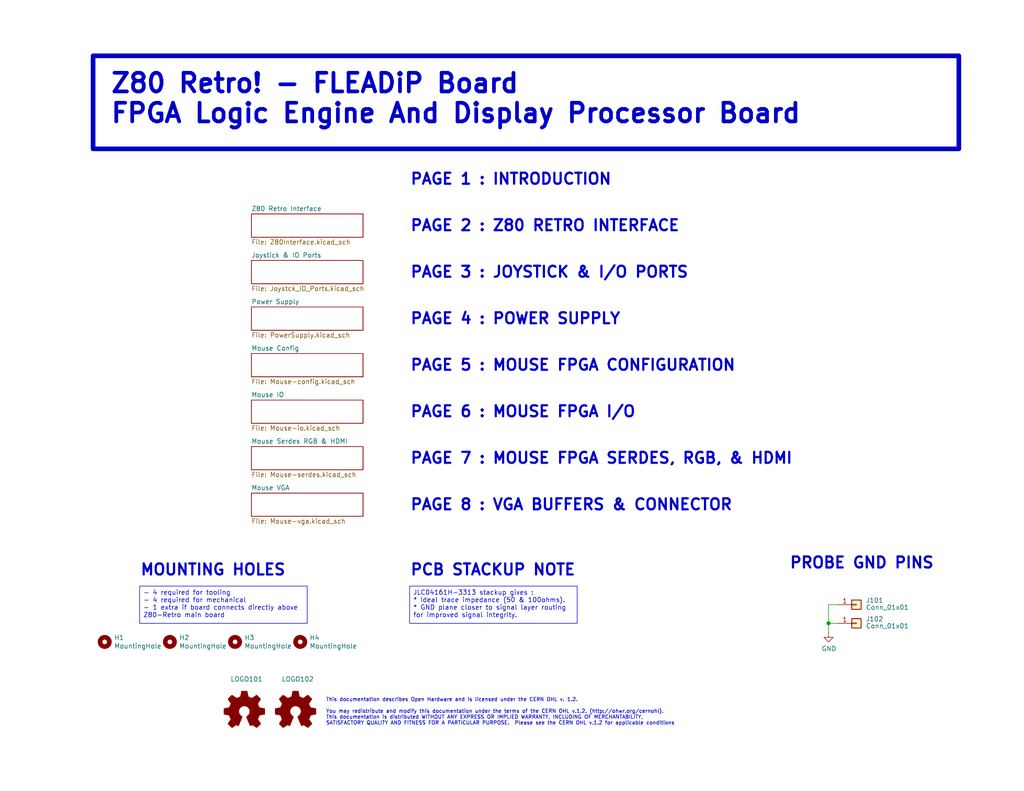
<source format=kicad_sch>
(kicad_sch (version 20230121) (generator eeschema)

  (uuid 427359ba-a628-45f2-b713-ef7013e70a1d)

  (paper "USLetter")

  (title_block
    (title "Z80 Retro! - FLEADiP Board")
    (date "2023-06-12")
    (rev "0.0")
    (company "Denno Wiggle")
    (comment 1 "Z80 Retro! - FLEADiP Board")
    (comment 2 "FPGA Logic Engine And Display Processor")
  )

  (lib_symbols
    (symbol "Connector_Generic:Conn_01x01" (pin_names (offset 1.016) hide) (in_bom yes) (on_board yes)
      (property "Reference" "J" (at 0 2.54 0)
        (effects (font (size 1.27 1.27)))
      )
      (property "Value" "Conn_01x01" (at 0 -2.54 0)
        (effects (font (size 1.27 1.27)))
      )
      (property "Footprint" "" (at 0 0 0)
        (effects (font (size 1.27 1.27)) hide)
      )
      (property "Datasheet" "~" (at 0 0 0)
        (effects (font (size 1.27 1.27)) hide)
      )
      (property "ki_keywords" "connector" (at 0 0 0)
        (effects (font (size 1.27 1.27)) hide)
      )
      (property "ki_description" "Generic connector, single row, 01x01, script generated (kicad-library-utils/schlib/autogen/connector/)" (at 0 0 0)
        (effects (font (size 1.27 1.27)) hide)
      )
      (property "ki_fp_filters" "Connector*:*_1x??_*" (at 0 0 0)
        (effects (font (size 1.27 1.27)) hide)
      )
      (symbol "Conn_01x01_1_1"
        (rectangle (start -1.27 0.127) (end 0 -0.127)
          (stroke (width 0.1524) (type default))
          (fill (type none))
        )
        (rectangle (start -1.27 1.27) (end 1.27 -1.27)
          (stroke (width 0.254) (type default))
          (fill (type background))
        )
        (pin passive line (at -5.08 0 0) (length 3.81)
          (name "Pin_1" (effects (font (size 1.27 1.27))))
          (number "1" (effects (font (size 1.27 1.27))))
        )
      )
    )
    (symbol "Graphic:Logo_Open_Hardware_Small" (in_bom no) (on_board no)
      (property "Reference" "#SYM" (at 0 6.985 0)
        (effects (font (size 1.27 1.27)) hide)
      )
      (property "Value" "Logo_Open_Hardware_Small" (at 0 -5.715 0)
        (effects (font (size 1.27 1.27)) hide)
      )
      (property "Footprint" "" (at 0 0 0)
        (effects (font (size 1.27 1.27)) hide)
      )
      (property "Datasheet" "~" (at 0 0 0)
        (effects (font (size 1.27 1.27)) hide)
      )
      (property "Sim.Enable" "0" (at 0 0 0)
        (effects (font (size 1.27 1.27)) hide)
      )
      (property "ki_keywords" "Logo" (at 0 0 0)
        (effects (font (size 1.27 1.27)) hide)
      )
      (property "ki_description" "Open Hardware logo, small" (at 0 0 0)
        (effects (font (size 1.27 1.27)) hide)
      )
      (symbol "Logo_Open_Hardware_Small_0_1"
        (polyline
          (pts
            (xy 3.3528 -4.3434)
            (xy 3.302 -4.318)
            (xy 3.175 -4.2418)
            (xy 2.9972 -4.1148)
            (xy 2.7686 -3.9624)
            (xy 2.54 -3.81)
            (xy 2.3622 -3.7084)
            (xy 2.2352 -3.6068)
            (xy 2.1844 -3.5814)
            (xy 2.159 -3.6068)
            (xy 2.0574 -3.6576)
            (xy 1.905 -3.7338)
            (xy 1.8034 -3.7846)
            (xy 1.6764 -3.8354)
            (xy 1.6002 -3.8354)
            (xy 1.6002 -3.8354)
            (xy 1.5494 -3.7338)
            (xy 1.4732 -3.5306)
            (xy 1.3462 -3.302)
            (xy 1.2446 -3.0226)
            (xy 1.1176 -2.7178)
            (xy 0.9652 -2.413)
            (xy 0.8636 -2.1082)
            (xy 0.7366 -1.8288)
            (xy 0.6604 -1.6256)
            (xy 0.6096 -1.4732)
            (xy 0.5842 -1.397)
            (xy 0.5842 -1.397)
            (xy 0.6604 -1.3208)
            (xy 0.7874 -1.2446)
            (xy 1.0414 -1.016)
            (xy 1.2954 -0.6858)
            (xy 1.4478 -0.3302)
            (xy 1.524 0.0762)
            (xy 1.4732 0.4572)
            (xy 1.3208 0.8128)
            (xy 1.0668 1.143)
            (xy 0.762 1.3716)
            (xy 0.4064 1.524)
            (xy 0 1.5748)
            (xy -0.381 1.5494)
            (xy -0.7366 1.397)
            (xy -1.0668 1.143)
            (xy -1.2192 0.9906)
            (xy -1.397 0.6604)
            (xy -1.524 0.3048)
            (xy -1.524 0.2286)
            (xy -1.4986 -0.1778)
            (xy -1.397 -0.5334)
            (xy -1.1938 -0.8636)
            (xy -0.9144 -1.143)
            (xy -0.8636 -1.1684)
            (xy -0.7366 -1.27)
            (xy -0.635 -1.3462)
            (xy -0.5842 -1.397)
            (xy -1.0668 -2.5908)
            (xy -1.143 -2.794)
            (xy -1.2954 -3.1242)
            (xy -1.397 -3.4036)
            (xy -1.4986 -3.6322)
            (xy -1.5748 -3.7846)
            (xy -1.6002 -3.8354)
            (xy -1.6002 -3.8354)
            (xy -1.651 -3.8354)
            (xy -1.7272 -3.81)
            (xy -1.905 -3.7338)
            (xy -2.0066 -3.683)
            (xy -2.1336 -3.6068)
            (xy -2.2098 -3.5814)
            (xy -2.2606 -3.6068)
            (xy -2.3622 -3.683)
            (xy -2.54 -3.81)
            (xy -2.7686 -3.9624)
            (xy -2.9718 -4.0894)
            (xy -3.1496 -4.2164)
            (xy -3.302 -4.318)
            (xy -3.3528 -4.3434)
            (xy -3.3782 -4.3434)
            (xy -3.429 -4.318)
            (xy -3.5306 -4.2164)
            (xy -3.7084 -4.064)
            (xy -3.937 -3.8354)
            (xy -3.9624 -3.81)
            (xy -4.1656 -3.6068)
            (xy -4.318 -3.4544)
            (xy -4.4196 -3.3274)
            (xy -4.445 -3.2766)
            (xy -4.445 -3.2766)
            (xy -4.4196 -3.2258)
            (xy -4.318 -3.0734)
            (xy -4.2164 -2.8956)
            (xy -4.064 -2.667)
            (xy -3.6576 -2.0828)
            (xy -3.8862 -1.5494)
            (xy -3.937 -1.3716)
            (xy -4.0386 -1.1684)
            (xy -4.0894 -1.0414)
            (xy -4.1148 -0.9652)
            (xy -4.191 -0.9398)
            (xy -4.318 -0.9144)
            (xy -4.5466 -0.8636)
            (xy -4.8006 -0.8128)
            (xy -5.0546 -0.7874)
            (xy -5.2578 -0.7366)
            (xy -5.4356 -0.7112)
            (xy -5.5118 -0.6858)
            (xy -5.5118 -0.6858)
            (xy -5.5372 -0.635)
            (xy -5.5372 -0.5588)
            (xy -5.5372 -0.4318)
            (xy -5.5626 -0.2286)
            (xy -5.5626 0.0762)
            (xy -5.5626 0.127)
            (xy -5.5372 0.4064)
            (xy -5.5372 0.635)
            (xy -5.5372 0.762)
            (xy -5.5372 0.8382)
            (xy -5.5372 0.8382)
            (xy -5.461 0.8382)
            (xy -5.3086 0.889)
            (xy -5.08 0.9144)
            (xy -4.826 0.9652)
            (xy -4.8006 0.9906)
            (xy -4.5466 1.0414)
            (xy -4.318 1.0668)
            (xy -4.1656 1.1176)
            (xy -4.0894 1.143)
            (xy -4.0894 1.143)
            (xy -4.0386 1.2446)
            (xy -3.9624 1.4224)
            (xy -3.8608 1.6256)
            (xy -3.7846 1.8288)
            (xy -3.7084 2.0066)
            (xy -3.6576 2.159)
            (xy -3.6322 2.2098)
            (xy -3.6322 2.2098)
            (xy -3.683 2.286)
            (xy -3.7592 2.413)
            (xy -3.8862 2.5908)
            (xy -4.064 2.8194)
            (xy -4.064 2.8448)
            (xy -4.2164 3.0734)
            (xy -4.3434 3.2512)
            (xy -4.4196 3.3782)
            (xy -4.445 3.4544)
            (xy -4.445 3.4544)
            (xy -4.3942 3.5052)
            (xy -4.2926 3.6322)
            (xy -4.1148 3.81)
            (xy -3.937 4.0132)
            (xy -3.8608 4.064)
            (xy -3.6576 4.2926)
            (xy -3.5052 4.4196)
            (xy -3.4036 4.4958)
            (xy -3.3528 4.5212)
            (xy -3.3528 4.5212)
            (xy -3.302 4.4704)
            (xy -3.1496 4.3688)
            (xy -2.9718 4.2418)
            (xy -2.7432 4.0894)
            (xy -2.7178 4.0894)
            (xy -2.4892 3.937)
            (xy -2.3114 3.81)
            (xy -2.1844 3.7084)
            (xy -2.1336 3.683)
            (xy -2.1082 3.683)
            (xy -2.032 3.7084)
            (xy -1.8542 3.7592)
            (xy -1.6764 3.8354)
            (xy -1.4732 3.937)
            (xy -1.27 4.0132)
            (xy -1.143 4.064)
            (xy -1.0668 4.1148)
            (xy -1.0668 4.1148)
            (xy -1.0414 4.191)
            (xy -1.016 4.3434)
            (xy -0.9652 4.572)
            (xy -0.9144 4.8514)
            (xy -0.889 4.9022)
            (xy -0.8382 5.1562)
            (xy -0.8128 5.3848)
            (xy -0.7874 5.5372)
            (xy -0.762 5.588)
            (xy -0.7112 5.6134)
            (xy -0.5842 5.6134)
            (xy -0.4064 5.6134)
            (xy -0.1524 5.6134)
            (xy 0.0762 5.6134)
            (xy 0.3302 5.6134)
            (xy 0.5334 5.6134)
            (xy 0.6858 5.588)
            (xy 0.7366 5.588)
            (xy 0.7366 5.588)
            (xy 0.762 5.5118)
            (xy 0.8128 5.334)
            (xy 0.8382 5.1054)
            (xy 0.9144 4.826)
            (xy 0.9144 4.7752)
            (xy 0.9652 4.5212)
            (xy 1.016 4.2926)
            (xy 1.0414 4.1402)
            (xy 1.0668 4.0894)
            (xy 1.0668 4.0894)
            (xy 1.1938 4.0386)
            (xy 1.3716 3.9624)
            (xy 1.5748 3.8608)
            (xy 2.0828 3.6576)
            (xy 2.7178 4.0894)
            (xy 2.7686 4.1402)
            (xy 2.9972 4.2926)
            (xy 3.175 4.4196)
            (xy 3.302 4.4958)
            (xy 3.3782 4.5212)
            (xy 3.3782 4.5212)
            (xy 3.429 4.4704)
            (xy 3.556 4.3434)
            (xy 3.7338 4.191)
            (xy 3.9116 3.9878)
            (xy 4.064 3.8354)
            (xy 4.2418 3.6576)
            (xy 4.3434 3.556)
            (xy 4.4196 3.4798)
            (xy 4.4196 3.429)
            (xy 4.4196 3.4036)
            (xy 4.3942 3.3274)
            (xy 4.2926 3.2004)
            (xy 4.1656 2.9972)
            (xy 4.0132 2.794)
            (xy 3.8862 2.5908)
            (xy 3.7592 2.3876)
            (xy 3.6576 2.2352)
            (xy 3.6322 2.159)
            (xy 3.6322 2.1336)
            (xy 3.683 2.0066)
            (xy 3.7592 1.8288)
            (xy 3.8608 1.6002)
            (xy 4.064 1.1176)
            (xy 4.3942 1.0414)
            (xy 4.5974 1.016)
            (xy 4.8768 0.9652)
            (xy 5.1308 0.9144)
            (xy 5.5372 0.8382)
            (xy 5.5626 -0.6604)
            (xy 5.4864 -0.6858)
            (xy 5.4356 -0.6858)
            (xy 5.2832 -0.7366)
            (xy 5.0546 -0.762)
            (xy 4.8006 -0.8128)
            (xy 4.5974 -0.8636)
            (xy 4.3688 -0.9144)
            (xy 4.2164 -0.9398)
            (xy 4.1402 -0.9398)
            (xy 4.1148 -0.9652)
            (xy 4.064 -1.0668)
            (xy 3.9878 -1.2446)
            (xy 3.9116 -1.4478)
            (xy 3.81 -1.651)
            (xy 3.7338 -1.8542)
            (xy 3.683 -2.0066)
            (xy 3.6576 -2.0828)
            (xy 3.683 -2.1336)
            (xy 3.7846 -2.2606)
            (xy 3.8862 -2.4638)
            (xy 4.0386 -2.667)
            (xy 4.191 -2.8956)
            (xy 4.318 -3.0734)
            (xy 4.3942 -3.2004)
            (xy 4.445 -3.2766)
            (xy 4.4196 -3.3274)
            (xy 4.3434 -3.429)
            (xy 4.1656 -3.5814)
            (xy 3.937 -3.8354)
            (xy 3.8862 -3.8608)
            (xy 3.683 -4.064)
            (xy 3.5306 -4.2164)
            (xy 3.4036 -4.318)
            (xy 3.3528 -4.3434)
          )
          (stroke (width 0) (type default))
          (fill (type outline))
        )
      )
    )
    (symbol "Mechanical:MountingHole" (pin_names (offset 1.016)) (in_bom yes) (on_board yes)
      (property "Reference" "H" (at 0 5.08 0)
        (effects (font (size 1.27 1.27)))
      )
      (property "Value" "MountingHole" (at 0 3.175 0)
        (effects (font (size 1.27 1.27)))
      )
      (property "Footprint" "" (at 0 0 0)
        (effects (font (size 1.27 1.27)) hide)
      )
      (property "Datasheet" "~" (at 0 0 0)
        (effects (font (size 1.27 1.27)) hide)
      )
      (property "ki_keywords" "mounting hole" (at 0 0 0)
        (effects (font (size 1.27 1.27)) hide)
      )
      (property "ki_description" "Mounting Hole without connection" (at 0 0 0)
        (effects (font (size 1.27 1.27)) hide)
      )
      (property "ki_fp_filters" "MountingHole*" (at 0 0 0)
        (effects (font (size 1.27 1.27)) hide)
      )
      (symbol "MountingHole_0_1"
        (circle (center 0 0) (radius 1.27)
          (stroke (width 1.27) (type default))
          (fill (type none))
        )
      )
    )
    (symbol "power:GND" (power) (pin_names (offset 0)) (in_bom yes) (on_board yes)
      (property "Reference" "#PWR" (at 0 -6.35 0)
        (effects (font (size 1.27 1.27)) hide)
      )
      (property "Value" "GND" (at 0 -3.81 0)
        (effects (font (size 1.27 1.27)))
      )
      (property "Footprint" "" (at 0 0 0)
        (effects (font (size 1.27 1.27)) hide)
      )
      (property "Datasheet" "" (at 0 0 0)
        (effects (font (size 1.27 1.27)) hide)
      )
      (property "ki_keywords" "global power" (at 0 0 0)
        (effects (font (size 1.27 1.27)) hide)
      )
      (property "ki_description" "Power symbol creates a global label with name \"GND\" , ground" (at 0 0 0)
        (effects (font (size 1.27 1.27)) hide)
      )
      (symbol "GND_0_1"
        (polyline
          (pts
            (xy 0 0)
            (xy 0 -1.27)
            (xy 1.27 -1.27)
            (xy 0 -2.54)
            (xy -1.27 -1.27)
            (xy 0 -1.27)
          )
          (stroke (width 0) (type default))
          (fill (type none))
        )
      )
      (symbol "GND_1_1"
        (pin power_in line (at 0 0 270) (length 0) hide
          (name "GND" (effects (font (size 1.27 1.27))))
          (number "1" (effects (font (size 1.27 1.27))))
        )
      )
    )
  )

  (junction (at 226.06 170.18) (diameter 0) (color 0 0 0 0)
    (uuid 118b8951-ccd0-4905-bc5e-c4710ddba987)
  )

  (wire (pts (xy 226.06 170.18) (xy 228.6 170.18))
    (stroke (width 0) (type default))
    (uuid 11a9cbff-6235-4adc-a524-ac739442ae66)
  )
  (wire (pts (xy 226.06 170.18) (xy 226.06 172.72))
    (stroke (width 0) (type default))
    (uuid 7ec07522-f456-46fd-9d74-bde4663847ce)
  )
  (wire (pts (xy 226.06 165.1) (xy 228.6 165.1))
    (stroke (width 0) (type default))
    (uuid ed37820f-75a6-4c01-b474-69065fa3b4a8)
  )
  (wire (pts (xy 226.06 165.1) (xy 226.06 170.18))
    (stroke (width 0) (type default))
    (uuid f24670df-1d51-4aed-be04-56db2e7e006a)
  )

  (text_box "Z80 Retro! - FLEADiP Board\nFPGA Logic Engine And Display Processor Board"
    (at 25.4 15.24 0) (size 236.22 25.4)
    (stroke (width 1.27) (type default))
    (fill (type none))
    (effects (font (size 5.08 5.08) (thickness 1.016) bold) (justify left top))
    (uuid 0415d99c-b82c-45bc-be8e-4deb9338cb0c)
  )
  (text_box "JLC04161H-3313 stackup gives :\n* Ideal trace impedance (50 & 100ohms).\n* GND plane closer to signal layer routing for improved signal integrity."
    (at 111.76 160.02 0) (size 45.72 10.16)
    (stroke (width 0) (type default))
    (fill (type none))
    (effects (font (size 1.27 1.27)) (justify left top))
    (uuid 8daa3c1b-4891-4ecd-9e22-747a0dd995d0)
  )
  (text_box "- 4 required for tooling\n- 4 required for mechanical\n- 1 extra if board connects directly above Z80-Retro main board"
    (at 38.1 160.02 0) (size 45.72 10.16)
    (stroke (width 0) (type default))
    (fill (type none))
    (effects (font (size 1.27 1.27)) (justify left top))
    (uuid fa29d31c-55cf-4a14-a4c3-818b8a283e68)
  )

  (text "MOUNTING HOLES" (at 38.1 157.48 0)
    (effects (font (size 2.9972 2.9972) (thickness 0.5994) bold) (justify left bottom))
    (uuid 2c95c57a-1327-44b6-a84b-5d888d63c2bf)
  )
  (text "PAGE 5 : MOUSE FPGA CONFIGURATION" (at 111.76 101.6 0)
    (effects (font (size 2.9972 2.9972) (thickness 0.5994) bold) (justify left bottom))
    (uuid 44627c6f-d221-41df-8d0f-abd89a0e5c93)
  )
  (text "PAGE 6 : MOUSE FPGA I/O" (at 111.76 114.3 0)
    (effects (font (size 2.9972 2.9972) (thickness 0.5994) bold) (justify left bottom))
    (uuid 59844942-e01b-4112-94a7-193c23b8e6dc)
  )
  (text "PAGE 4 : POWER SUPPLY" (at 111.76 88.9 0)
    (effects (font (size 2.9972 2.9972) (thickness 0.5994) bold) (justify left bottom))
    (uuid 6f33464c-3974-4a4f-a9c1-7895692b2f8c)
  )
  (text "PAGE 2 : Z80 RETRO INTERFACE" (at 111.76 63.5 0)
    (effects (font (size 2.9972 2.9972) (thickness 0.5994) bold) (justify left bottom))
    (uuid 81dfcee4-75e9-4569-8765-ce299ccb3ddd)
  )
  (text "PCB STACKUP NOTE" (at 111.76 157.48 0)
    (effects (font (size 2.9972 2.9972) (thickness 0.5994) bold) (justify left bottom))
    (uuid 84b9b7eb-f160-4eb9-8d12-a378d3479bb7)
  )
  (text "PAGE 7 : MOUSE FPGA SERDES, RGB, & HDMI" (at 111.76 127 0)
    (effects (font (size 2.9972 2.9972) (thickness 0.5994) bold) (justify left bottom))
    (uuid 9380d8c0-7b81-4859-ad3a-8bfa870f023f)
  )
  (text "PROBE GND PINS" (at 215.265 155.575 0)
    (effects (font (size 2.9972 2.9972) (thickness 0.5994) bold) (justify left bottom))
    (uuid 9b1be10d-08c7-476d-baaf-08b805097bbf)
  )
  (text "PAGE 8 : VGA BUFFERS & CONNECTOR" (at 111.76 139.7 0)
    (effects (font (size 2.9972 2.9972) (thickness 0.5994) bold) (justify left bottom))
    (uuid ace2a068-3808-43a3-ac34-8eaeb3afdc81)
  )
  (text "PAGE 1 : INTRODUCTION" (at 111.76 50.8 0)
    (effects (font (size 2.9972 2.9972) (thickness 0.5994) bold) (justify left bottom))
    (uuid b9708d9f-bf83-49ce-9155-ba84462160be)
  )
  (text "PAGE 3 : JOYSTICK & I/O PORTS" (at 111.76 76.2 0)
    (effects (font (size 2.9972 2.9972) (thickness 0.5994) bold) (justify left bottom))
    (uuid cfc20cbd-79ef-4e4c-aacd-f2d878372c65)
  )
  (text "This documentation describes Open Hardware and is licensed under the CERN OHL v. 1.2.\n\nYou may redistribute and modify this documentation under the terms of the CERN OHL v.1.2. (http://ohwr.org/cernohl). \nThis documentation is distributed WITHOUT ANY EXPRESS OR IMPLIED WARRANTY, INCLUDING OF MERCHANTABILITY, \nSATISFACTORY QUALITY AND FITNESS FOR A PARTICULAR PURPOSE.  Please see the CERN OHL v.1.2 for applicable conditions"
    (at 88.9 198.12 0)
    (effects (font (size 0.9906 0.9906)) (justify left bottom))
    (uuid dbc14e04-cb47-4d67-9f89-62c51310841e)
  )

  (symbol (lib_id "Mechanical:MountingHole") (at 46.355 175.26 0) (unit 1)
    (in_bom yes) (on_board yes) (dnp no)
    (uuid 2886bca8-3332-41be-bfc9-625efdaa732c)
    (property "Reference" "H2" (at 48.895 174.0916 0)
      (effects (font (size 1.27 1.27)) (justify left))
    )
    (property "Value" "MountingHole" (at 48.895 176.403 0)
      (effects (font (size 1.27 1.27)) (justify left))
    )
    (property "Footprint" "MountingHole:MountingHole_2.7mm_M2.5_DIN965" (at 46.355 175.26 0)
      (effects (font (size 1.27 1.27)) hide)
    )
    (property "Datasheet" "~" (at 46.355 175.26 0)
      (effects (font (size 1.27 1.27)) hide)
    )
    (instances
      (project "2065-Z80-programmer"
        (path "/055c8250-c12a-474c-bf3b-01475fdd95d1"
          (reference "H2") (unit 1)
        )
      )
      (project "FLEADiP"
        (path "/427359ba-a628-45f2-b713-ef7013e70a1d"
          (reference "H2") (unit 1)
        )
      )
    )
  )

  (symbol (lib_id "power:GND") (at 226.06 172.72 0) (unit 1)
    (in_bom yes) (on_board yes) (dnp no)
    (uuid 46b17e87-55d6-4363-b836-a736a16ec432)
    (property "Reference" "#PWR0101" (at 226.06 179.07 0)
      (effects (font (size 1.27 1.27)) hide)
    )
    (property "Value" "GND" (at 226.187 177.1142 0)
      (effects (font (size 1.27 1.27)))
    )
    (property "Footprint" "" (at 226.06 172.72 0)
      (effects (font (size 1.27 1.27)) hide)
    )
    (property "Datasheet" "" (at 226.06 172.72 0)
      (effects (font (size 1.27 1.27)) hide)
    )
    (pin "1" (uuid 8f2d8440-2992-4be7-9f5e-e72d40f07eec))
    (instances
      (project "FLEADiP"
        (path "/427359ba-a628-45f2-b713-ef7013e70a1d"
          (reference "#PWR0101") (unit 1)
        )
      )
      (project "2063-Z80"
        (path "/85c2112c-86f7-4e7a-84ee-5f267d769d35"
          (reference "#PWR0112") (unit 1)
        )
      )
    )
  )

  (symbol (lib_id "Mechanical:MountingHole") (at 64.135 175.26 0) (unit 1)
    (in_bom yes) (on_board yes) (dnp no)
    (uuid 7369ee43-9c17-4cbb-9879-0af14ec4c78a)
    (property "Reference" "H3" (at 66.675 174.0916 0)
      (effects (font (size 1.27 1.27)) (justify left))
    )
    (property "Value" "MountingHole" (at 66.675 176.403 0)
      (effects (font (size 1.27 1.27)) (justify left))
    )
    (property "Footprint" "MountingHole:MountingHole_2.7mm_M2.5_DIN965" (at 64.135 175.26 0)
      (effects (font (size 1.27 1.27)) hide)
    )
    (property "Datasheet" "~" (at 64.135 175.26 0)
      (effects (font (size 1.27 1.27)) hide)
    )
    (instances
      (project "2065-Z80-programmer"
        (path "/055c8250-c12a-474c-bf3b-01475fdd95d1"
          (reference "H3") (unit 1)
        )
      )
      (project "FLEADiP"
        (path "/427359ba-a628-45f2-b713-ef7013e70a1d"
          (reference "H3") (unit 1)
        )
      )
    )
  )

  (symbol (lib_id "Mechanical:MountingHole") (at 81.915 175.26 0) (unit 1)
    (in_bom yes) (on_board yes) (dnp no)
    (uuid 883b4f30-f4db-4889-b643-4dc84c878f84)
    (property "Reference" "H5" (at 84.455 174.0916 0)
      (effects (font (size 1.27 1.27)) (justify left))
    )
    (property "Value" "MountingHole" (at 84.455 176.403 0)
      (effects (font (size 1.27 1.27)) (justify left))
    )
    (property "Footprint" "MountingHole:MountingHole_2.7mm_M2.5_DIN965" (at 81.915 175.26 0)
      (effects (font (size 1.27 1.27)) hide)
    )
    (property "Datasheet" "~" (at 81.915 175.26 0)
      (effects (font (size 1.27 1.27)) hide)
    )
    (instances
      (project "2065-Z80-programmer"
        (path "/055c8250-c12a-474c-bf3b-01475fdd95d1"
          (reference "H5") (unit 1)
        )
      )
      (project "FLEADiP"
        (path "/427359ba-a628-45f2-b713-ef7013e70a1d"
          (reference "H4") (unit 1)
        )
      )
    )
  )

  (symbol (lib_id "Mechanical:MountingHole") (at 28.575 175.26 0) (unit 1)
    (in_bom yes) (on_board yes) (dnp no)
    (uuid 9e914c9b-f176-4cb3-94b9-2bd991460bbf)
    (property "Reference" "H1" (at 31.115 174.0916 0)
      (effects (font (size 1.27 1.27)) (justify left))
    )
    (property "Value" "MountingHole" (at 31.115 176.403 0)
      (effects (font (size 1.27 1.27)) (justify left))
    )
    (property "Footprint" "MountingHole:MountingHole_2.7mm_M2.5_DIN965" (at 28.575 175.26 0)
      (effects (font (size 1.27 1.27)) hide)
    )
    (property "Datasheet" "~" (at 28.575 175.26 0)
      (effects (font (size 1.27 1.27)) hide)
    )
    (instances
      (project "2065-Z80-programmer"
        (path "/055c8250-c12a-474c-bf3b-01475fdd95d1"
          (reference "H1") (unit 1)
        )
      )
      (project "FLEADiP"
        (path "/427359ba-a628-45f2-b713-ef7013e70a1d"
          (reference "H1") (unit 1)
        )
      )
    )
  )

  (symbol (lib_id "Connector_Generic:Conn_01x01") (at 233.68 165.1 0) (unit 1)
    (in_bom yes) (on_board yes) (dnp no)
    (uuid ab8a603e-8195-4812-9da2-caac250ecde1)
    (property "Reference" "J101" (at 236.22 163.195 0)
      (effects (font (size 1.27 1.27)) (justify left top))
    )
    (property "Value" "Conn_01x01" (at 236.22 165.1 0)
      (effects (font (size 1.27 1.27)) (justify left top))
    )
    (property "Footprint" "Connector_PinHeader_2.54mm:PinHeader_1x01_P2.54mm_Vertical" (at 233.68 165.1 0)
      (effects (font (size 1.27 1.27)) hide)
    )
    (property "Datasheet" "~" (at 233.68 165.1 0)
      (effects (font (size 1.27 1.27)) hide)
    )
    (pin "1" (uuid 9faba866-7fdf-4128-ad2c-84f3d5a4b253))
    (instances
      (project "FLEADiP"
        (path "/427359ba-a628-45f2-b713-ef7013e70a1d"
          (reference "J101") (unit 1)
        )
      )
    )
  )

  (symbol (lib_id "Connector_Generic:Conn_01x01") (at 233.68 170.18 0) (unit 1)
    (in_bom yes) (on_board yes) (dnp no)
    (uuid c00bcc21-0383-441d-afb3-56ee9e58a6f6)
    (property "Reference" "J102" (at 236.22 168.275 0)
      (effects (font (size 1.27 1.27)) (justify left top))
    )
    (property "Value" "Conn_01x01" (at 236.22 170.18 0)
      (effects (font (size 1.27 1.27)) (justify left top))
    )
    (property "Footprint" "Connector_PinHeader_2.54mm:PinHeader_1x01_P2.54mm_Vertical" (at 233.68 170.18 0)
      (effects (font (size 1.27 1.27)) hide)
    )
    (property "Datasheet" "~" (at 233.68 170.18 0)
      (effects (font (size 1.27 1.27)) hide)
    )
    (pin "1" (uuid 0ea5ad05-21d1-45e1-9004-b0fd7165ab4d))
    (instances
      (project "FLEADiP"
        (path "/427359ba-a628-45f2-b713-ef7013e70a1d"
          (reference "J102") (unit 1)
        )
      )
    )
  )

  (symbol (lib_id "Graphic:Logo_Open_Hardware_Small") (at 66.675 194.31 0) (unit 1)
    (in_bom no) (on_board yes) (dnp no)
    (uuid dc563596-6625-49cb-8e8f-d0a840665408)
    (property "Reference" "LOGO101" (at 62.865 185.42 0)
      (effects (font (size 1.27 1.27)) (justify left))
    )
    (property "Value" "Logo_Open_Hardware_Small" (at 66.675 200.025 0)
      (effects (font (size 1.27 1.27)) hide)
    )
    (property "Footprint" "Symbol:OSHW-Logo_7.5x8mm_SilkScreen" (at 66.675 194.31 0)
      (effects (font (size 1.27 1.27)) hide)
    )
    (property "Datasheet" "~" (at 66.675 194.31 0)
      (effects (font (size 1.27 1.27)) hide)
    )
    (instances
      (project "FLEADiP"
        (path "/427359ba-a628-45f2-b713-ef7013e70a1d"
          (reference "LOGO101") (unit 1)
        )
      )
      (project "BreadboardPower"
        (path "/92f128c2-44ae-4397-9887-fb9d3a6770f1"
          (reference "LOGO10") (unit 1)
        )
      )
    )
  )

  (symbol (lib_id "Graphic:Logo_Open_Hardware_Small") (at 80.645 194.31 0) (unit 1)
    (in_bom no) (on_board yes) (dnp no)
    (uuid f0b9fef6-7dca-4a23-83d1-a6b18c699882)
    (property "Reference" "LOGO102" (at 76.835 185.42 0)
      (effects (font (size 1.27 1.27)) (justify left))
    )
    (property "Value" "Logo_Open_Hardware_Small" (at 80.645 200.025 0)
      (effects (font (size 1.27 1.27)) hide)
    )
    (property "Footprint" "Symbol:OSHW-Logo_7.5x8mm_SilkScreen" (at 80.645 194.31 0)
      (effects (font (size 1.27 1.27)) hide)
    )
    (property "Datasheet" "~" (at 80.645 194.31 0)
      (effects (font (size 1.27 1.27)) hide)
    )
    (instances
      (project "FLEADiP"
        (path "/427359ba-a628-45f2-b713-ef7013e70a1d"
          (reference "LOGO102") (unit 1)
        )
      )
      (project "BreadboardPower"
        (path "/92f128c2-44ae-4397-9887-fb9d3a6770f1"
          (reference "LOGO10") (unit 1)
        )
      )
    )
  )

  (sheet (at 68.58 71.12) (size 30.48 6.35) (fields_autoplaced)
    (stroke (width 0.1524) (type solid))
    (fill (color 0 0 0 0.0000))
    (uuid 15eae2cc-f1a1-453b-9c81-2e6018cbc814)
    (property "Sheetname" "Joystick & IO Ports" (at 68.58 70.4084 0)
      (effects (font (size 1.27 1.27)) (justify left bottom))
    )
    (property "Sheetfile" "Joystck_IO_Ports.kicad_sch" (at 68.58 78.0546 0)
      (effects (font (size 1.27 1.27)) (justify left top))
    )
    (instances
      (project "FLEADiP"
        (path "/427359ba-a628-45f2-b713-ef7013e70a1d" (page "3"))
      )
    )
  )

  (sheet (at 68.58 121.92) (size 30.48 6.35) (fields_autoplaced)
    (stroke (width 0.1524) (type solid))
    (fill (color 0 0 0 0.0000))
    (uuid 68e191f8-5e87-4ec6-9031-ffbc31f55da6)
    (property "Sheetname" "Mouse Serdes RGB & HDMI" (at 68.58 121.2084 0)
      (effects (font (size 1.27 1.27)) (justify left bottom))
    )
    (property "Sheetfile" "Mouse-serdes.kicad_sch" (at 68.58 128.8546 0)
      (effects (font (size 1.27 1.27)) (justify left top))
    )
    (property "Field2" "" (at 68.58 121.92 0)
      (effects (font (size 1.27 1.27)) hide)
    )
    (instances
      (project "FLEADiP"
        (path "/427359ba-a628-45f2-b713-ef7013e70a1d" (page "7"))
      )
    )
  )

  (sheet (at 68.58 134.62) (size 30.48 6.35) (fields_autoplaced)
    (stroke (width 0.1524) (type solid))
    (fill (color 0 0 0 0.0000))
    (uuid 8d53b4fd-275b-464c-b3fd-6200b8c4b57e)
    (property "Sheetname" "Mouse VGA" (at 68.58 133.9084 0)
      (effects (font (size 1.27 1.27)) (justify left bottom))
    )
    (property "Sheetfile" "Mouse-vga.kicad_sch" (at 68.58 141.5546 0)
      (effects (font (size 1.27 1.27)) (justify left top))
    )
    (property "Field2" "" (at 68.58 134.62 0)
      (effects (font (size 1.27 1.27)) hide)
    )
    (instances
      (project "FLEADiP"
        (path "/427359ba-a628-45f2-b713-ef7013e70a1d" (page "8"))
      )
    )
  )

  (sheet (at 68.58 109.22) (size 30.48 6.35) (fields_autoplaced)
    (stroke (width 0.1524) (type solid))
    (fill (color 0 0 0 0.0000))
    (uuid a6612862-0dda-4a56-b1b0-db8f63be6182)
    (property "Sheetname" "Mouse IO" (at 68.58 108.5084 0)
      (effects (font (size 1.27 1.27)) (justify left bottom))
    )
    (property "Sheetfile" "Mouse-io.kicad_sch" (at 68.58 116.1546 0)
      (effects (font (size 1.27 1.27)) (justify left top))
    )
    (property "Field2" "" (at 68.58 109.22 0)
      (effects (font (size 1.27 1.27)) hide)
    )
    (instances
      (project "FLEADiP"
        (path "/427359ba-a628-45f2-b713-ef7013e70a1d" (page "6"))
      )
    )
  )

  (sheet (at 68.58 83.82) (size 30.48 6.35) (fields_autoplaced)
    (stroke (width 0.1524) (type solid))
    (fill (color 0 0 0 0.0000))
    (uuid ab2aa111-dfb8-4f54-a3d2-2c17cf0e4d28)
    (property "Sheetname" "Power Supply" (at 68.58 83.1084 0)
      (effects (font (size 1.27 1.27)) (justify left bottom))
    )
    (property "Sheetfile" "PowerSupply.kicad_sch" (at 68.58 90.7546 0)
      (effects (font (size 1.27 1.27)) (justify left top))
    )
    (instances
      (project "FLEADiP"
        (path "/427359ba-a628-45f2-b713-ef7013e70a1d" (page "4"))
      )
    )
  )

  (sheet (at 68.58 58.42) (size 30.48 6.35) (fields_autoplaced)
    (stroke (width 0.1524) (type solid))
    (fill (color 0 0 0 0.0000))
    (uuid e9ce1374-8d71-476d-af87-8c20393fafd1)
    (property "Sheetname" "Z80 Retro Interface" (at 68.58 57.7084 0)
      (effects (font (size 1.27 1.27)) (justify left bottom))
    )
    (property "Sheetfile" "Z80Interface.kicad_sch" (at 68.58 65.3546 0)
      (effects (font (size 1.27 1.27)) (justify left top))
    )
    (instances
      (project "FLEADiP"
        (path "/427359ba-a628-45f2-b713-ef7013e70a1d" (page "2"))
      )
    )
  )

  (sheet (at 68.58 96.52) (size 30.48 6.35) (fields_autoplaced)
    (stroke (width 0.1524) (type solid))
    (fill (color 0 0 0 0.0000))
    (uuid f6a51455-76fd-4304-9177-cc02681ddf75)
    (property "Sheetname" "Mouse Config" (at 68.58 95.8084 0)
      (effects (font (size 1.27 1.27)) (justify left bottom))
    )
    (property "Sheetfile" "Mouse-config.kicad_sch" (at 68.58 103.4546 0)
      (effects (font (size 1.27 1.27)) (justify left top))
    )
    (instances
      (project "FLEADiP"
        (path "/427359ba-a628-45f2-b713-ef7013e70a1d" (page "5"))
      )
    )
  )

  (sheet_instances
    (path "/" (page "1"))
  )
)

</source>
